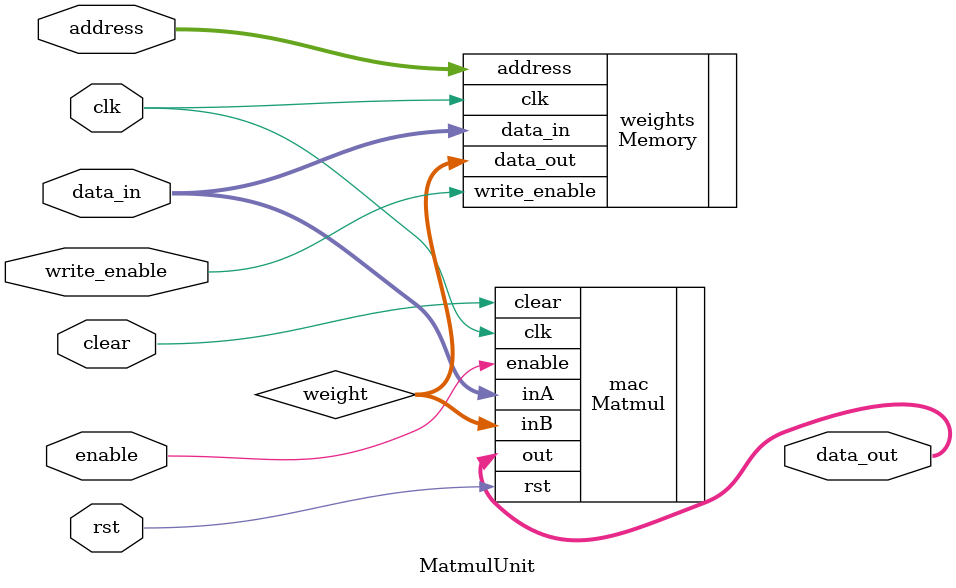
<source format=sv>
`timescale 1 ns / 1 ps

module MatmulUnit #(
    parameter integer DATA_WIDTH = 32,
    parameter integer BRAM_DEPTH = 256,
    parameter integer W_ADDR_BITS = $clog2(BRAM_DEPTH)
) (
    input clk,
    input rst,
    input clear,
    input enable,
    input write_enable,
    input [W_ADDR_BITS-1:0] address,
    input [DATA_WIDTH-1:0] data_in,
    output [DATA_WIDTH-1:0] data_out
);
    wire [DATA_WIDTH-1:0] weight;

    // Weight memory bank in BRAM
    Memory #(
        .WIDTH(DATA_WIDTH),
        .DEPTH(BRAM_DEPTH),
        .ADDRESS_WIDTH(W_ADDR_BITS)
    ) weights (
        .clk(clk),
        .write_enable(write_enable),
        .address(address),
        .data_in(data_in),
        .data_out(weight)
    );

    // MAC unit
    Matmul #(
        .DATA_WIDTH(DATA_WIDTH)
    ) mac (
        .clk(clk),
        .rst(rst),
        .enable(enable),
        .clear(clear),
        .inA(data_in),
        .inB(weight),
        .out(data_out)
    );
endmodule


</source>
